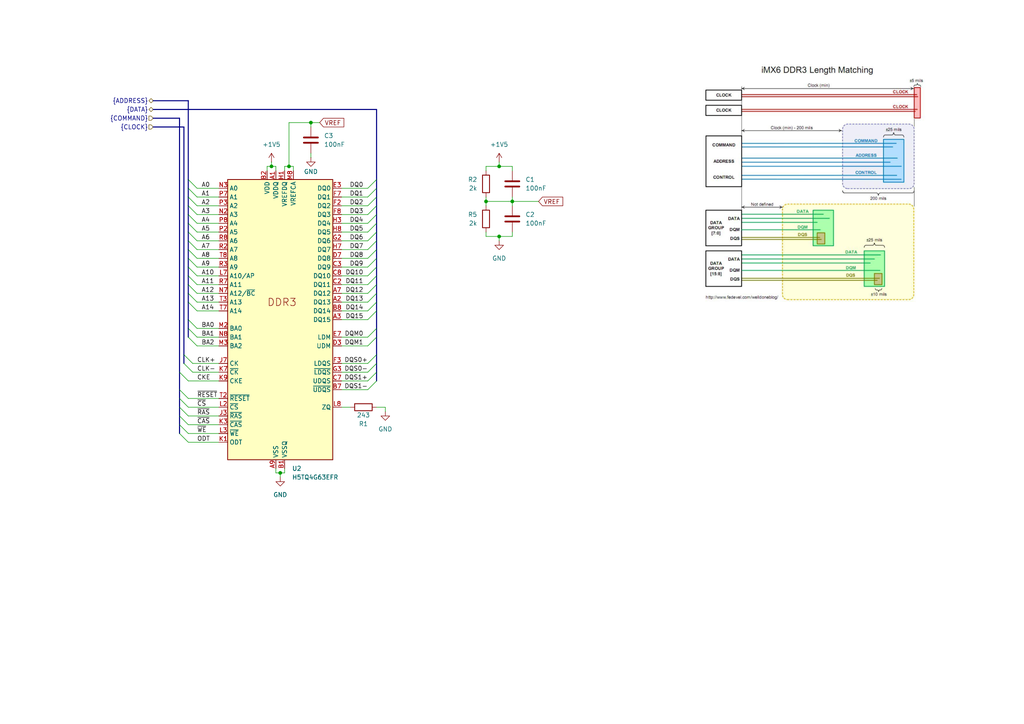
<source format=kicad_sch>
(kicad_sch (version 20250114) (generator "eeschema") (generator_version "9.0")
  (paper "A4")
  (lib_symbols
    (symbol "Device:C" (pin_numbers (hide yes)) (pin_names (offset 0.254))
      (property "Reference" "C" (at 0.635 2.54 0))
      (property "Value" "C" (at 0.635 -2.54 0))
      (symbol "C_0_1"
        (polyline (pts (xy -2.032 0.762) (xy 2.032 0.762)) (stroke (width 0.508)))
        (polyline (pts (xy -2.032 -0.762) (xy 2.032 -0.762)) (stroke (width 0.508)))
      )
      (symbol "C_1_1"
        (pin passive line (at 0 3.81 270) (length 2.794) (name "~") (number "1"))
        (pin passive line (at 0 -3.81 90) (length 2.794) (name "~") (number "2"))
      )
    )
    (symbol "Device:R" (pin_numbers (hide yes)) (pin_names (offset 0))
      (property "Reference" "R" (at 2.032 0 90))
      (property "Value" "R" (at 0 0 90))
      (symbol "R_0_1"
        (rectangle (start -1.016 -2.54) (end 1.016 2.54) (stroke (width 0.254)))
      )
      (symbol "R_1_1"
        (pin passive line (at 0 3.81 270) (length 1.27) (name "~") (number "1"))
        (pin passive line (at 0 -3.81 90) (length 1.27) (name "~") (number "2"))
      )
    )
    (symbol "cm0:H5TQ4G63EFR"
      (property "Reference" "U" (at -13.97 41.91 0))
      (property "Value" "H5TQ4G63EFR" (at 13.97 41.91 0))
      (symbol "H5TQ4G63EFR_0_1"
        (rectangle (start -15.24 -40.64) (end 15.24 40.64) (stroke (width 0.254)) (fill (type background)))
        (pin input line (at -17.78 38.1 0) (length 2.54) (name "A0") (number "N3"))
        (pin input line (at -17.78 35.56 0) (length 2.54) (name "A1") (number "P7"))
        (pin input line (at -17.78 33.02 0) (length 2.54) (name "A2") (number "P3"))
        (pin input line (at -17.78 30.48 0) (length 2.54) (name "A3") (number "N2"))
        (pin input line (at -17.78 27.94 0) (length 2.54) (name "A4") (number "P8"))
        (pin input line (at -17.78 25.4 0) (length 2.54) (name "A5") (number "P2"))
        (pin input line (at -17.78 22.86 0) (length 2.54) (name "A6") (number "R8"))
        (pin input line (at -17.78 20.32 0) (length 2.54) (name "A7") (number "R2"))
        (pin input line (at -17.78 17.78 0) (length 2.54) (name "A8") (number "T8"))
        (pin input line (at -17.78 15.24 0) (length 2.54) (name "A9") (number "R3"))
        (pin input line (at -17.78 12.7 0) (length 2.54) (name "A10/AP") (number "L7"))
        (pin input line (at -17.78 10.16 0) (length 2.54) (name "A11") (number "R7"))
        (pin input line (at -17.78 7.62 0) (length 2.54) (name "A12/~{BC}") (number "N7"))
        (pin input line (at -17.78 5.08 0) (length 2.54) (name "A13") (number "T3"))
        (pin input line (at -17.78 2.54 0) (length 2.54) (name "A14") (number "T7"))
        (pin input line (at -17.78 -22.86 0) (length 2.54) (name "~{RESET}") (number "T2"))
        (pin input line (at -17.78 -25.4 0) (length 2.54) (name "~{CS}") (number "L2"))
        (pin power_in line (at -3.81 43.18 270) (length 2.54) (name "VDD") (number "B2"))
        (pin passive line (at -3.81 43.18 270) (length 2.54) (hide yes) (name "VDD") (number "D9"))
        (pin passive line (at -3.81 43.18 270) (length 2.54) (hide yes) (name "VDD") (number "G7"))
        (pin passive line (at -3.81 43.18 270) (length 2.54) (hide yes) (name "VDD") (number "K2"))
        (pin passive line (at -3.81 43.18 270) (length 2.54) (hide yes) (name "VDD") (number "K8"))
        (pin passive line (at -3.81 43.18 270) (length 2.54) (hide yes) (name "VDD") (number "N1"))
        (pin passive line (at -3.81 43.18 270) (length 2.54) (hide yes) (name "VDD") (number "N9"))
        (pin passive line (at -3.81 43.18 270) (length 2.54) (hide yes) (name "VDD") (number "R1"))
        (pin passive line (at -3.81 43.18 270) (length 2.54) (hide yes) (name "VDD") (number "R9"))
        (pin power_in line (at -1.27 43.18 270) (length 2.54) (name "VDDQ") (number "A1"))
        (pin passive line (at -1.27 43.18 270) (length 2.54) (hide yes) (name "VDDQ") (number "A8"))
        (pin passive line (at -1.27 43.18 270) (length 2.54) (hide yes) (name "VDDQ") (number "C1"))
        (pin passive line (at -1.27 43.18 270) (length 2.54) (hide yes) (name "VDDQ") (number "C9"))
        (pin passive line (at -1.27 43.18 270) (length 2.54) (hide yes) (name "VDDQ") (number "D2"))
        (pin passive line (at -1.27 43.18 270) (length 2.54) (hide yes) (name "VDDQ") (number "E9"))
        (pin passive line (at -1.27 43.18 270) (length 2.54) (hide yes) (name "VDDQ") (number "F1"))
        (pin passive line (at -1.27 43.18 270) (length 2.54) (hide yes) (name "VDDQ") (number "H2"))
        (pin passive line (at -1.27 43.18 270) (length 2.54) (hide yes) (name "VDDQ") (number "H9"))
        (pin power_in line (at -1.27 -43.18 90) (length 2.54) (name "VSS") (number "A9"))
        (pin passive line (at -1.27 -43.18 90) (length 2.54) (hide yes) (name "VSS") (number "B3"))
        (pin passive line (at -1.27 -43.18 90) (length 2.54) (hide yes) (name "VSS") (number "E1"))
        (pin passive line (at -1.27 -43.18 90) (length 2.54) (hide yes) (name "VSS") (number "G8"))
        (pin passive line (at -1.27 -43.18 90) (length 2.54) (hide yes) (name "VSS") (number "J2"))
        (pin passive line (at -1.27 -43.18 90) (length 2.54) (hide yes) (name "VSS") (number "J8"))
        (pin passive line (at -1.27 -43.18 90) (length 2.54) (hide yes) (name "VSS") (number "M1"))
        (pin passive line (at -1.27 -43.18 90) (length 2.54) (hide yes) (name "VSS") (number "M9"))
        (pin passive line (at -1.27 -43.18 90) (length 2.54) (hide yes) (name "VSS") (number "P1"))
        (pin passive line (at -1.27 -43.18 90) (length 2.54) (hide yes) (name "VSS") (number "P9"))
        (pin passive line (at -1.27 -43.18 90) (length 2.54) (hide yes) (name "VSS") (number "T1"))
        (pin passive line (at -1.27 -43.18 90) (length 2.54) (hide yes) (name "VSS") (number "T9"))
        (pin power_in line (at 1.27 43.18 270) (length 2.54) (name "VREFDQ") (number "H1"))
        (pin power_in line (at 1.27 -43.18 90) (length 2.54) (name "VSSQ") (number "B1"))
        (pin passive line (at 1.27 -43.18 90) (length 2.54) (hide yes) (name "VSSQ") (number "B9"))
        (pin passive line (at 1.27 -43.18 90) (length 2.54) (hide yes) (name "VSSQ") (number "D1"))
        (pin passive line (at 1.27 -43.18 90) (length 2.54) (hide yes) (name "VSSQ") (number "D8"))
        (pin passive line (at 1.27 -43.18 90) (length 2.54) (hide yes) (name "VSSQ") (number "E2"))
        (pin passive line (at 1.27 -43.18 90) (length 2.54) (hide yes) (name "VSSQ") (number "E8"))
        (pin passive line (at 1.27 -43.18 90) (length 2.54) (hide yes) (name "VSSQ") (number "F9"))
        (pin passive line (at 1.27 -43.18 90) (length 2.54) (hide yes) (name "VSSQ") (number "G1"))
        (pin passive line (at 1.27 -43.18 90) (length 2.54) (hide yes) (name "VSSQ") (number "G9"))
        (pin bidirectional line (at 17.78 38.1 180) (length 2.54) (name "DQ0") (number "E3"))
        (pin bidirectional line (at 17.78 35.56 180) (length 2.54) (name "DQ1") (number "F7"))
        (pin bidirectional line (at 17.78 33.02 180) (length 2.54) (name "DQ2") (number "F2"))
        (pin bidirectional line (at 17.78 30.48 180) (length 2.54) (name "DQ3") (number "F8"))
        (pin bidirectional line (at 17.78 27.94 180) (length 2.54) (name "DQ4") (number "H3"))
        (pin bidirectional line (at 17.78 25.4 180) (length 2.54) (name "DQ5") (number "H8"))
        (pin bidirectional line (at 17.78 22.86 180) (length 2.54) (name "DQ6") (number "G2"))
        (pin bidirectional line (at 17.78 20.32 180) (length 2.54) (name "DQ7") (number "H7"))
      )
      (symbol "H5TQ4G63EFR_1_1"
        (text "DDR3" (at -3.81 3.81 0) (effects (font (size 2.1336 2.1336)) (justify left bottom)))
        (pin input line (at -17.78 -2.54 0) (length 2.54) (name "BA0") (number "M2"))
        (pin input line (at -17.78 -5.08 0) (length 2.54) (name "BA1") (number "N8"))
        (pin input line (at -17.78 -7.62 0) (length 2.54) (name "BA2") (number "M3"))
        (pin input line (at -17.78 -12.7 0) (length 2.54) (name "CK") (number "J7"))
        (pin input line (at -17.78 -15.24 0) (length 2.54) (name "~{CK}") (number "K7"))
        (pin input line (at -17.78 -17.78 0) (length 2.54) (name "CKE") (number "K9"))
        (pin input line (at -17.78 -27.94 0) (length 2.54) (name "~{RAS}") (number "J3"))
        (pin input line (at -17.78 -30.48 0) (length 2.54) (name "~{CAS}") (number "K3"))
        (pin input line (at -17.78 -33.02 0) (length 2.54) (name "~{WE}") (number "L3"))
        (pin input line (at -17.78 -35.56 0) (length 2.54) (name "ODT") (number "K1"))
        (pin power_in line (at 3.81 43.18 270) (length 2.54) (name "VREFCA") (number "M8"))
        (pin no_connect line (at 15.24 -27.94 180) (length 2.54) (hide yes) (name "NC") (number "J1"))
        (pin no_connect line (at 15.24 -30.48 180) (length 2.54) (hide yes) (name "NC") (number "J9"))
        (pin no_connect line (at 15.24 -33.02 180) (length 2.54) (hide yes) (name "NC") (number "L1"))
        (pin no_connect line (at 15.24 -35.56 180) (length 2.54) (hide yes) (name "NC") (number "L9"))
        (pin no_connect line (at 15.24 -38.1 180) (length 2.54) (hide yes) (name "NC") (number "M7"))
        (pin bidirectional line (at 17.78 17.78 180) (length 2.54) (name "DQ8") (number "D7"))
        (pin bidirectional line (at 17.78 15.24 180) (length 2.54) (name "DQ9") (number "C3"))
        (pin bidirectional line (at 17.78 12.7 180) (length 2.54) (name "DQ10") (number "C8"))
        (pin bidirectional line (at 17.78 10.16 180) (length 2.54) (name "DQ11") (number "C2"))
        (pin bidirectional line (at 17.78 7.62 180) (length 2.54) (name "DQ12") (number "A7"))
        (pin bidirectional line (at 17.78 5.08 180) (length 2.54) (name "DQ13") (number "A2"))
        (pin bidirectional line (at 17.78 2.54 180) (length 2.54) (name "DQ14") (number "B8"))
        (pin bidirectional line (at 17.78 0 180) (length 2.54) (name "DQ15") (number "A3"))
        (pin input line (at 17.78 -5.08 180) (length 2.54) (name "LDM") (number "E7"))
        (pin input line (at 17.78 -7.62 180) (length 2.54) (name "UDM") (number "D3"))
        (pin bidirectional line (at 17.78 -12.7 180) (length 2.54) (name "LDQS") (number "F3"))
        (pin bidirectional line (at 17.78 -15.24 180) (length 2.54) (name "~{LDQS}") (number "G3"))
        (pin bidirectional line (at 17.78 -17.78 180) (length 2.54) (name "UDQS") (number "C7"))
        (pin bidirectional line (at 17.78 -20.32 180) (length 2.54) (name "~{UDQS}") (number "B7"))
        (pin input line (at 17.78 -25.4 180) (length 2.54) (name "ZQ") (number "L8"))
      )
    )
    (symbol "power:+1V5" (power) (pin_numbers (hide yes)) (pin_names (offset 0) (hide yes))
      (property "Value" "+1V5" (at 0 3.556 0))
      (symbol "+1V5_0_1"
        (polyline (pts (xy -0.762 1.27) (xy 0 2.54)))
        (polyline (pts (xy 0 2.54) (xy 0.762 1.27)))
        (polyline (pts (xy 0 0) (xy 0 2.54)))
      )
      (symbol "+1V5_1_1"
        (pin power_in line (at 0 0 90) (length 0) (name "~") (number "1"))
      )
    )
    (symbol "power:GND" (power) (pin_numbers (hide yes)) (pin_names (offset 0) (hide yes))
      (property "Value" "GND" (at 0 -3.81 0))
      (symbol "GND_0_1"
        (polyline (pts (xy 0 0) (xy 0 -1.27) (xy 1.27 -1.27) (xy 0 -2.54) (xy -1.27 -1.27) (xy 0 -1.27)))
      )
      (symbol "GND_1_1"
        (pin power_in line (at 0 0 270) (length 0) (name "~") (number "1"))
      )
    )
  )
  (bus_alias "ADDRESS" (members "A[0..14]" "BA[0..2]"))
  (bus_alias "CLOCK" (members "CLK+" "CLK-"))
  (bus_alias "COMMAND" (members "CKE" "~{RESET}" "~{CS}" "~{RAS}" "~{CAS}" "~{WE}" "ODT"))
  (bus_alias "DATA" (members "DQ[0..31]" "DQM[0..3]" "DQS0+" "DQS0-" "DQS1+" "DQS1-" "DQS2+" "DQS2-" "DQS3+" "DQS3-"))
  (junction (at 81.28 137.16))
  (junction (at 90.17 35.56))
  (junction (at 144.78 68.58))
  (junction (at 148.59 58.42))
  (junction (at 78.74 48.26))
  (junction (at 83.82 48.26))
  (junction (at 144.78 48.26))
  (junction (at 140.97 58.42))
  (bus_entry (at 106.68 64.77) (size 2.54 -2.54))
  (bus_entry (at 57.15 67.31) (size -2.54 -2.54))
  (bus_entry (at 106.68 57.15) (size 2.54 -2.54))
  (bus_entry (at 106.68 113.03) (size 2.54 -2.54))
  (bus_entry (at 55.88 107.95) (size -2.54 -2.54))
  (bus_entry (at 106.68 92.71) (size 2.54 -2.54))
  (bus_entry (at 55.88 105.41) (size -2.54 -2.54))
  (bus_entry (at 57.15 90.17) (size -2.54 -2.54))
  (bus_entry (at 54.61 115.57) (size -2.54 -2.54))
  (bus_entry (at 106.68 105.41) (size 2.54 -2.54))
  (bus_entry (at 54.61 123.19) (size -2.54 -2.54))
  (bus_entry (at 54.61 125.73) (size -2.54 -2.54))
  (bus_entry (at 57.15 80.01) (size -2.54 -2.54))
  (bus_entry (at 54.61 110.49) (size -2.54 -2.54))
  (bus_entry (at 106.68 77.47) (size 2.54 -2.54))
  (bus_entry (at 57.15 54.61) (size -2.54 -2.54))
  (bus_entry (at 57.15 97.79) (size -2.54 -2.54))
  (bus_entry (at 106.68 72.39) (size 2.54 -2.54))
  (bus_entry (at 106.68 107.95) (size 2.54 -2.54))
  (bus_entry (at 106.68 67.31) (size 2.54 -2.54))
  (bus_entry (at 57.15 87.63) (size -2.54 -2.54))
  (bus_entry (at 57.15 77.47) (size -2.54 -2.54))
  (bus_entry (at 106.68 110.49) (size 2.54 -2.54))
  (bus_entry (at 106.68 62.23) (size 2.54 -2.54))
  (bus_entry (at 106.68 97.79) (size 2.54 -2.54))
  (bus_entry (at 106.68 90.17) (size 2.54 -2.54))
  (bus_entry (at 57.15 59.69) (size -2.54 -2.54))
  (bus_entry (at 106.68 82.55) (size 2.54 -2.54))
  (bus_entry (at 57.15 82.55) (size -2.54 -2.54))
  (bus_entry (at 106.68 100.33) (size 2.54 -2.54))
  (bus_entry (at 57.15 100.33) (size -2.54 -2.54))
  (bus_entry (at 57.15 72.39) (size -2.54 -2.54))
  (bus_entry (at 57.15 62.23) (size -2.54 -2.54))
  (bus_entry (at 57.15 85.09) (size -2.54 -2.54))
  (bus_entry (at 54.61 118.11) (size -2.54 -2.54))
  (bus_entry (at 54.61 128.27) (size -2.54 -2.54))
  (bus_entry (at 57.15 69.85) (size -2.54 -2.54))
  (bus_entry (at 106.68 85.09) (size 2.54 -2.54))
  (bus_entry (at 54.61 120.65) (size -2.54 -2.54))
  (bus_entry (at 106.68 69.85) (size 2.54 -2.54))
  (bus_entry (at 106.68 59.69) (size 2.54 -2.54))
  (bus_entry (at 57.15 95.25) (size -2.54 -2.54))
  (bus_entry (at 57.15 57.15) (size -2.54 -2.54))
  (bus_entry (at 57.15 64.77) (size -2.54 -2.54))
  (bus_entry (at 106.68 54.61) (size 2.54 -2.54))
  (bus_entry (at 106.68 74.93) (size 2.54 -2.54))
  (bus_entry (at 106.68 80.01) (size 2.54 -2.54))
  (bus_entry (at 57.15 74.93) (size -2.54 -2.54))
  (bus_entry (at 106.68 87.63) (size 2.54 -2.54))
  (wire (pts (xy 54.61 120.65) (xy 63.5 120.65)))
  (bus (pts (xy 54.61 69.85) (xy 54.61 67.31)))
  (wire (pts (xy 99.06 82.55) (xy 106.68 82.55)))
  (wire (pts (xy 140.97 57.15) (xy 140.97 58.42)))
  (bus (pts (xy 53.34 105.41) (xy 53.34 102.87)))
  (wire (pts (xy 148.59 58.42) (xy 156.21 58.42)))
  (bus (pts (xy 52.07 34.29) (xy 44.45 34.29)))
  (wire (pts (xy 83.82 48.26) (xy 82.55 48.26)))
  (wire (pts (xy 99.06 110.49) (xy 106.68 110.49)))
  (wire (pts (xy 99.06 80.01) (xy 106.68 80.01)))
  (bus (pts (xy 54.61 82.55) (xy 54.61 80.01)))
  (wire (pts (xy 148.59 57.15) (xy 148.59 58.42)))
  (bus (pts (xy 109.22 77.47) (xy 109.22 74.93)))
  (bus (pts (xy 109.22 107.95) (xy 109.22 105.41)))
  (wire (pts (xy 57.15 100.33) (xy 63.5 100.33)))
  (wire (pts (xy 81.28 138.43) (xy 81.28 137.16)))
  (bus (pts (xy 109.22 64.77) (xy 109.22 62.23)))
  (bus (pts (xy 54.61 72.39) (xy 54.61 69.85)))
  (wire (pts (xy 54.61 115.57) (xy 63.5 115.57)))
  (bus (pts (xy 109.22 69.85) (xy 109.22 67.31)))
  (bus (pts (xy 109.22 90.17) (xy 109.22 87.63)))
  (wire (pts (xy 99.06 69.85) (xy 106.68 69.85)))
  (wire (pts (xy 99.06 77.47) (xy 106.68 77.47)))
  (wire (pts (xy 99.06 107.95) (xy 106.68 107.95)))
  (wire (pts (xy 85.09 48.26) (xy 85.09 49.53)))
  (wire (pts (xy 99.06 118.11) (xy 101.6 118.11)))
  (wire (pts (xy 99.06 54.61) (xy 106.68 54.61)))
  (bus (pts (xy 109.22 80.01) (xy 109.22 77.47)))
  (bus (pts (xy 109.22 54.61) (xy 109.22 52.07)))
  (bus (pts (xy 54.61 54.61) (xy 54.61 52.07)))
  (wire (pts (xy 77.47 48.26) (xy 77.47 49.53)))
  (wire (pts (xy 99.06 90.17) (xy 106.68 90.17)))
  (wire (pts (xy 57.15 95.25) (xy 63.5 95.25)))
  (bus (pts (xy 109.22 97.79) (xy 109.22 95.25)))
  (wire (pts (xy 81.28 137.16) (xy 82.55 137.16)))
  (bus (pts (xy 109.22 95.25) (xy 109.22 90.17)))
  (wire (pts (xy 140.97 49.53) (xy 140.97 48.26)))
  (wire (pts (xy 57.15 74.93) (xy 63.5 74.93)))
  (wire (pts (xy 99.06 97.79) (xy 106.68 97.79)))
  (wire (pts (xy 99.06 59.69) (xy 106.68 59.69)))
  (wire (pts (xy 57.15 57.15) (xy 63.5 57.15)))
  (wire (pts (xy 140.97 68.58) (xy 140.97 67.31)))
  (wire (pts (xy 99.06 92.71) (xy 106.68 92.71)))
  (wire (pts (xy 140.97 58.42) (xy 148.59 58.42)))
  (wire (pts (xy 57.15 85.09) (xy 63.5 85.09)))
  (wire (pts (xy 54.61 118.11) (xy 63.5 118.11)))
  (wire (pts (xy 78.74 48.26) (xy 80.01 48.26)))
  (wire (pts (xy 57.15 67.31) (xy 63.5 67.31)))
  (bus (pts (xy 44.45 31.75) (xy 109.22 31.75)))
  (wire (pts (xy 54.61 128.27) (xy 63.5 128.27)))
  (bus (pts (xy 52.07 107.95) (xy 52.07 34.29)))
  (bus (pts (xy 52.07 123.19) (xy 52.07 120.65)))
  (wire (pts (xy 140.97 48.26) (xy 144.78 48.26)))
  (wire (pts (xy 57.15 64.77) (xy 63.5 64.77)))
  (wire (pts (xy 80.01 48.26) (xy 80.01 49.53)))
  (bus (pts (xy 52.07 115.57) (xy 52.07 113.03)))
  (bus (pts (xy 54.61 57.15) (xy 54.61 54.61)))
  (bus (pts (xy 54.61 29.21) (xy 44.45 29.21)))
  (wire (pts (xy 57.15 54.61) (xy 63.5 54.61)))
  (wire (pts (xy 99.06 85.09) (xy 106.68 85.09)))
  (wire (pts (xy 78.74 48.26) (xy 77.47 48.26)))
  (wire (pts (xy 57.15 62.23) (xy 63.5 62.23)))
  (wire (pts (xy 99.06 62.23) (xy 106.68 62.23)))
  (bus (pts (xy 109.22 52.07) (xy 109.22 31.75)))
  (wire (pts (xy 99.06 100.33) (xy 106.68 100.33)))
  (wire (pts (xy 54.61 110.49) (xy 63.5 110.49)))
  (bus (pts (xy 109.22 82.55) (xy 109.22 80.01)))
  (bus (pts (xy 109.22 87.63) (xy 109.22 85.09)))
  (wire (pts (xy 57.15 77.47) (xy 63.5 77.47)))
  (bus (pts (xy 109.22 102.87) (xy 109.22 97.79)))
  (wire (pts (xy 82.55 135.89) (xy 82.55 137.16)))
  (wire (pts (xy 78.74 46.99) (xy 78.74 48.26)))
  (bus (pts (xy 54.61 64.77) (xy 54.61 62.23)))
  (bus (pts (xy 54.61 59.69) (xy 54.61 57.15)))
  (wire (pts (xy 148.59 68.58) (xy 148.59 67.31)))
  (wire (pts (xy 83.82 48.26) (xy 85.09 48.26)))
  (bus (pts (xy 52.07 120.65) (xy 52.07 118.11)))
  (bus (pts (xy 109.22 110.49) (xy 109.22 107.95)))
  (bus (pts (xy 54.61 80.01) (xy 54.61 77.47)))
  (wire (pts (xy 57.15 90.17) (xy 63.5 90.17)))
  (wire (pts (xy 54.61 123.19) (xy 63.5 123.19)))
  (bus (pts (xy 54.61 95.25) (xy 54.61 92.71)))
  (bus (pts (xy 52.07 113.03) (xy 52.07 107.95)))
  (bus (pts (xy 54.61 74.93) (xy 54.61 72.39)))
  (bus (pts (xy 54.61 52.07) (xy 54.61 29.21)))
  (wire (pts (xy 82.55 48.26) (xy 82.55 49.53)))
  (wire (pts (xy 57.15 80.01) (xy 63.5 80.01)))
  (bus (pts (xy 109.22 72.39) (xy 109.22 69.85)))
  (bus (pts (xy 109.22 62.23) (xy 109.22 59.69)))
  (bus (pts (xy 53.34 102.87) (xy 53.34 36.83)))
  (wire (pts (xy 57.15 69.85) (xy 63.5 69.85)))
  (wire (pts (xy 81.28 137.16) (xy 80.01 137.16)))
  (bus (pts (xy 54.61 97.79) (xy 54.61 95.25)))
  (wire (pts (xy 55.88 105.41) (xy 63.5 105.41)))
  (wire (pts (xy 80.01 137.16) (xy 80.01 135.89)))
  (wire (pts (xy 90.17 44.45) (xy 90.17 45.72)))
  (wire (pts (xy 99.06 64.77) (xy 106.68 64.77)))
  (wire (pts (xy 140.97 58.42) (xy 140.97 59.69)))
  (wire (pts (xy 54.61 125.73) (xy 63.5 125.73)))
  (wire (pts (xy 57.15 82.55) (xy 63.5 82.55)))
  (bus (pts (xy 109.22 67.31) (xy 109.22 64.77)))
  (bus (pts (xy 109.22 57.15) (xy 109.22 54.61)))
  (wire (pts (xy 99.06 105.41) (xy 106.68 105.41)))
  (bus (pts (xy 52.07 125.73) (xy 52.07 123.19)))
  (bus (pts (xy 109.22 59.69) (xy 109.22 57.15)))
  (bus (pts (xy 54.61 62.23) (xy 54.61 59.69)))
  (wire (pts (xy 144.78 48.26) (xy 148.59 48.26)))
  (bus (pts (xy 109.22 85.09) (xy 109.22 82.55)))
  (wire (pts (xy 57.15 97.79) (xy 63.5 97.79)))
  (wire (pts (xy 144.78 68.58) (xy 148.59 68.58)))
  (wire (pts (xy 57.15 59.69) (xy 63.5 59.69)))
  (wire (pts (xy 55.88 107.95) (xy 63.5 107.95)))
  (wire (pts (xy 57.15 72.39) (xy 63.5 72.39)))
  (bus (pts (xy 54.61 77.47) (xy 54.61 74.93)))
  (wire (pts (xy 148.59 58.42) (xy 148.59 59.69)))
  (bus (pts (xy 54.61 85.09) (xy 54.61 82.55)))
  (wire (pts (xy 99.06 57.15) (xy 106.68 57.15)))
  (wire (pts (xy 111.76 119.38) (xy 111.76 118.11)))
  (wire (pts (xy 144.78 46.99) (xy 144.78 48.26)))
  (wire (pts (xy 90.17 35.56) (xy 90.17 36.83)))
  (bus (pts (xy 54.61 67.31) (xy 54.61 64.77)))
  (wire (pts (xy 90.17 35.56) (xy 92.71 35.56)))
  (wire (pts (xy 99.06 74.93) (xy 106.68 74.93)))
  (wire (pts (xy 99.06 87.63) (xy 106.68 87.63)))
  (bus (pts (xy 44.45 36.83) (xy 53.34 36.83)))
  (wire (pts (xy 99.06 113.03) (xy 106.68 113.03)))
  (bus (pts (xy 109.22 74.93) (xy 109.22 72.39)))
  (wire (pts (xy 57.15 87.63) (xy 63.5 87.63)))
  (wire (pts (xy 140.97 68.58) (xy 144.78 68.58)))
  (wire (pts (xy 111.76 118.11) (xy 109.22 118.11)))
  (bus (pts (xy 52.07 118.11) (xy 52.07 115.57)))
  (wire (pts (xy 83.82 35.56) (xy 90.17 35.56)))
  (bus (pts (xy 109.22 105.41) (xy 109.22 102.87)))
  (wire (pts (xy 148.59 48.26) (xy 148.59 49.53)))
  (wire (pts (xy 83.82 35.56) (xy 83.82 48.26)))
  (bus (pts (xy 54.61 92.71) (xy 54.61 87.63)))
  (wire (pts (xy 144.78 69.85) (xy 144.78 68.58)))
  (bus (pts (xy 54.61 87.63) (xy 54.61 85.09)))
  (wire (pts (xy 99.06 67.31) (xy 106.68 67.31)))
  (wire (pts (xy 99.06 72.39) (xy 106.68 72.39)))
  (image (at 236.22 53.34))
  (label "BA0" (at 58.42 95.25 0))
  (label "A8" (at 58.42 74.93 0))
  (label "A3" (at 58.42 62.23 0))
  (label "A2" (at 58.42 59.69 0))
  (label "A1" (at 58.42 57.15 0))
  (label "A12" (at 58.42 85.09 0))
  (label "~{CS}" (at 57.15 118.11 0))
  (label "DQ9" (at 105.41 77.47 180))
  (label "DQ5" (at 105.41 67.31 180))
  (label "A9" (at 58.42 77.47 0))
  (label "DQS0+" (at 106.68 105.41 180))
  (label "A13" (at 58.42 87.63 0))
  (label "DQ11" (at 105.41 82.55 180))
  (label "DQM1" (at 105.41 100.33 180))
  (label "DQ7" (at 105.41 72.39 180))
  (label "DQM0" (at 105.41 97.79 180))
  (label "DQ0" (at 105.41 54.61 180))
  (label "DQ13" (at 105.41 87.63 180))
  (label "BA2" (at 58.42 100.33 0))
  (label "DQS1-" (at 106.68 113.03 180))
  (label "CLK-" (at 57.15 107.95 0))
  (label "A6" (at 58.42 69.85 0))
  (label "A7" (at 58.42 72.39 0))
  (label "DQS0-" (at 106.68 107.95 180))
  (label "A10" (at 58.42 80.01 0))
  (label "~{CAS}" (at 57.15 123.19 0))
  (label "A5" (at 58.42 67.31 0))
  (label "DQ8" (at 105.41 74.93 180))
  (label "DQ1" (at 105.41 57.15 180))
  (label "CKE" (at 57.15 110.49 0))
  (label "A4" (at 58.42 64.77 0))
  (label "CLK+" (at 57.15 105.41 0))
  (label "A14" (at 58.42 90.17 0))
  (label "~{RAS}" (at 57.15 120.65 0))
  (label "DQ12" (at 105.41 85.09 180))
  (label "~{WE}" (at 57.15 125.73 0))
  (label "A0" (at 58.42 54.61 0))
  (label "A11" (at 58.42 82.55 0))
  (label "DQ6" (at 105.41 69.85 180))
  (label "DQ3" (at 105.41 62.23 180))
  (label "~{RESET}" (at 57.15 115.57 0))
  (label "DQ15" (at 105.41 92.71 180))
  (label "DQ4" (at 105.41 64.77 180))
  (label "ODT" (at 57.15 128.27 0))
  (label "BA1" (at 58.42 97.79 0))
  (label "DQ14" (at 105.41 90.17 180))
  (label "DQ2" (at 105.41 59.69 180))
  (label "DQS1+" (at 106.68 110.49 180))
  (label "DQ10" (at 105.41 80.01 180))
  (global_label "VREF" (shape input) (at 156.21 58.42 0) (property "Intersheetrefs" "${INTERSHEET_REFS}" (effects (hide yes))))
  (global_label "VREF" (shape input) (at 92.71 35.56 0) (property "Intersheetrefs" "${INTERSHEET_REFS}" (effects (hide yes))))
  (hierarchical_label "{ADDRESS}" (shape bidirectional) (at 44.45 29.21 180))
  (hierarchical_label "{COMMAND}" (shape input) (at 44.45 34.29 180))
  (hierarchical_label "{CLOCK}" (shape input) (at 44.45 36.83 180))
  (hierarchical_label "{DATA}" (shape bidirectional) (at 44.45 31.75 180))
  (symbol (lib_id "cm0:H5TQ4G63EFR") (at 81.28 92.71 0) (unit 1)
    (property "Reference" "U2" (at 84.6933 135.89 0) (effects (justify left)))
    (property "Value" "H5TQ4G63EFR" (at 84.6933 138.43 0) (effects (justify left)))
    (property "Footprint" "Package_BGA:FBGA-96_7.5x13mm_Layout9x16_P0.8mm" (effects (hide yes)))
    (property "Datasheet" "https://www.lcsc.com/datasheet/C2803259.pdf" (effects (hide yes)))
    (property "Description" "4Gb (256Mx16 bit) Double Data Rate 3 Synchronous DRAM" (effects (hide yes)))
  )
  (symbol (lib_id "Device:R") (at 140.97 53.34 0) (mirror x) (unit 1)
    (property "Reference" "R2" (at 138.43 52.0699 0) (effects (justify right)))
    (property "Value" "2k" (at 138.43 54.6099 0) (effects (justify right)))
    (property "Footprint" "Resistor_SMD:R_0603_1608Metric" (effects (hide yes)))
    (property "Description" "Resistor" (effects (hide yes)))
  )
  (symbol (lib_id "Device:C") (at 148.59 63.5 0) (unit 1)
    (property "Reference" "C2" (at 152.4 62.2299 0) (effects (justify left)))
    (property "Value" "100nF" (at 152.4 64.7699 0) (effects (justify left)))
    (property "Footprint" "Capacitor_SMD:C_0402_1005Metric" (effects (hide yes)))
    (property "Description" "Unpolarized capacitor" (effects (hide yes)))
  )
  (symbol (lib_id "power:GND") (at 81.28 138.43 0) (unit 1)
    (property "Reference" "#PWR02" (effects (hide yes)))
    (property "Value" "GND" (at 81.28 143.51 0))
    (property "Description" "Power symbol creates a global label with name \"GND\" , ground" (effects (hide yes)))
  )
  (symbol (lib_id "Device:R") (at 105.41 118.11 90) (mirror x) (unit 1)
    (property "Reference" "R1" (at 105.41 122.936 90))
    (property "Value" "243" (at 105.41 120.396 90))
    (property "Footprint" "Resistor_SMD:R_0603_1608Metric" (effects (hide yes)))
    (property "Description" "Resistor" (effects (hide yes)))
  )
  (symbol (lib_id "Device:C") (at 148.59 53.34 0) (unit 1)
    (property "Reference" "C1" (at 152.4 52.0699 0) (effects (justify left)))
    (property "Value" "100nF" (at 152.4 54.6099 0) (effects (justify left)))
    (property "Footprint" "Capacitor_SMD:C_0402_1005Metric" (effects (hide yes)))
    (property "Description" "Unpolarized capacitor" (effects (hide yes)))
  )
  (symbol (lib_id "power:GND") (at 111.76 119.38 0) (unit 1)
    (property "Reference" "#PWR03" (effects (hide yes)))
    (property "Value" "GND" (at 111.76 124.46 0))
    (property "Description" "Power symbol creates a global label with name \"GND\" , ground" (effects (hide yes)))
  )
  (symbol (lib_id "Device:C") (at 90.17 40.64 0) (unit 1)
    (property "Reference" "C3" (at 93.98 39.3699 0) (effects (justify left)))
    (property "Value" "100nF" (at 93.98 41.9099 0) (effects (justify left)))
    (property "Footprint" "Capacitor_SMD:C_0402_1005Metric" (effects (hide yes)))
    (property "Description" "Unpolarized capacitor" (effects (hide yes)))
  )
  (symbol (lib_id "power:+1V5") (at 144.78 46.99 0) (unit 1)
    (property "Reference" "#PWR05" (effects (hide yes)))
    (property "Value" "+1V5" (at 144.78 41.91 0))
    (property "Description" "Power symbol creates a global label with name \"+1V5\"" (effects (hide yes)))
  )
  (symbol (lib_id "Device:R") (at 140.97 63.5 0) (mirror x) (unit 1)
    (property "Reference" "R5" (at 138.43 62.2299 0) (effects (justify right)))
    (property "Value" "2k" (at 138.43 64.7699 0) (effects (justify right)))
    (property "Footprint" "Resistor_SMD:R_0603_1608Metric" (effects (hide yes)))
    (property "Description" "Resistor" (effects (hide yes)))
  )
  (symbol (lib_id "power:+1V5") (at 78.74 46.99 0) (unit 1)
    (property "Reference" "#PWR01" (effects (hide yes)))
    (property "Value" "+1V5" (at 78.74 41.91 0))
    (property "Description" "Power symbol creates a global label with name \"+1V5\"" (effects (hide yes)))
  )
  (symbol (lib_id "power:GND") (at 144.78 69.85 0) (unit 1)
    (property "Reference" "#PWR04" (effects (hide yes)))
    (property "Value" "GND" (at 144.78 74.93 0))
    (property "Description" "Power symbol creates a global label with name \"GND\" , ground" (effects (hide yes)))
  )
  (symbol (lib_id "power:GND") (at 90.17 45.72 0) (unit 1)
    (property "Reference" "#PWR06" (effects (hide yes)))
    (property "Value" "GND" (at 90.17 49.784 0))
    (property "Description" "Power symbol creates a global label with name \"GND\" , ground" (effects (hide yes)))
  )
)
</source>
